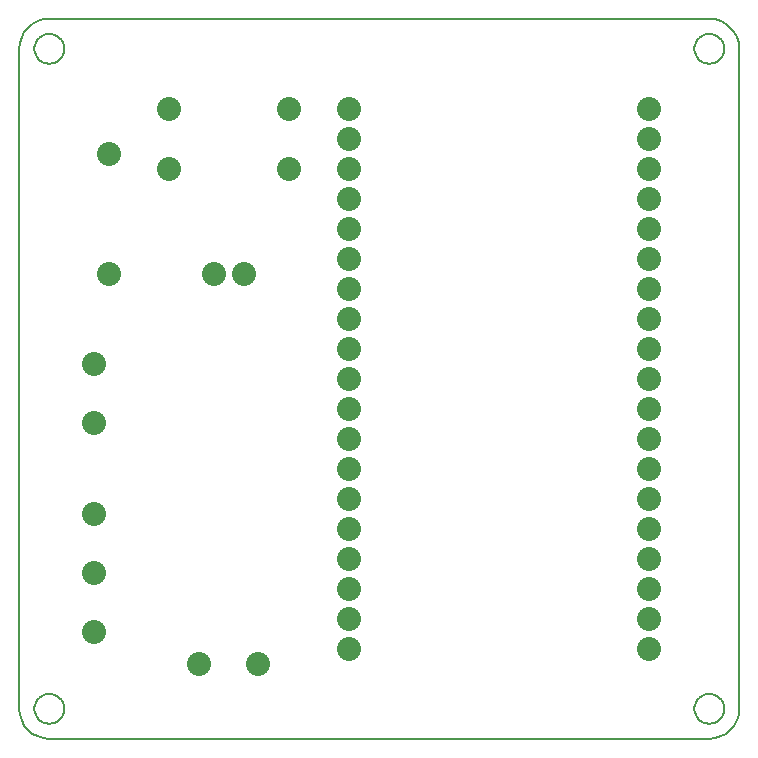
<source format=gbr>
G04 PROTEUS GERBER X2 FILE*
%TF.GenerationSoftware,Labcenter,Proteus,8.17-SP2-Build37159*%
%TF.CreationDate,2024-06-14T20:57:10+00:00*%
%TF.FileFunction,Copper,L1,Top*%
%TF.FilePolarity,Positive*%
%TF.Part,Single*%
%TF.SameCoordinates,{55591e3b-a6ba-419d-b1af-bbe9e4acfd0b}*%
%FSLAX45Y45*%
%MOMM*%
G01*
%TA.AperFunction,ComponentPad*%
%ADD10C,2.032000*%
%TA.AperFunction,Profile*%
%ADD11C,0.203200*%
%TD.AperFunction*%
D10*
X-254000Y-2286000D03*
X-254000Y-2032000D03*
X-254000Y-1778000D03*
X-254000Y-1524000D03*
X-254000Y-1270000D03*
X-254000Y-1016000D03*
X-254000Y-762000D03*
X-254000Y-508000D03*
X-254000Y-254000D03*
X-254000Y+0D03*
X-254000Y+254000D03*
X-254000Y+508000D03*
X-254000Y+762000D03*
X-254000Y+1016000D03*
X-254000Y+1270000D03*
X-254000Y+1524000D03*
X-254000Y+1778000D03*
X-254000Y+2032000D03*
X-254000Y+2286000D03*
X+2286000Y-2286000D03*
X+2286000Y-2032000D03*
X+2286000Y-1778000D03*
X+2286000Y-1524000D03*
X+2286000Y-1270000D03*
X+2286000Y-1016000D03*
X+2286000Y-762000D03*
X+2286000Y-508000D03*
X+2286000Y-254000D03*
X+2286000Y+0D03*
X+2286000Y+254000D03*
X+2286000Y+508000D03*
X+2286000Y+762000D03*
X+2286000Y+1016000D03*
X+2286000Y+1270000D03*
X+2286000Y+1524000D03*
X+2286000Y+1778000D03*
X+2286000Y+2032000D03*
X+2286000Y+2286000D03*
X-2413000Y+127000D03*
X-2413000Y-373000D03*
X-1397000Y+889000D03*
X-1143000Y+889000D03*
X-1778000Y+2286000D03*
X-762000Y+2286000D03*
X-1778000Y+1778000D03*
X-762000Y+1778000D03*
X-2286000Y+889000D03*
X-2286000Y+1905000D03*
X-2413000Y-1143000D03*
X-2413000Y-1643000D03*
X-2413000Y-2143000D03*
X-1524000Y-2413000D03*
X-1024000Y-2413000D03*
D11*
X+2921000Y-2794000D02*
X+2920573Y-2783591D01*
X+2917101Y-2762772D01*
X+2909845Y-2741953D01*
X+2898017Y-2721134D01*
X+2879920Y-2700476D01*
X+2859101Y-2684955D01*
X+2838282Y-2674970D01*
X+2817463Y-2669186D01*
X+2796644Y-2667028D01*
X+2794000Y-2667000D01*
X+2667000Y-2794000D02*
X+2667427Y-2783591D01*
X+2670899Y-2762772D01*
X+2678155Y-2741953D01*
X+2689983Y-2721134D01*
X+2708080Y-2700476D01*
X+2728899Y-2684955D01*
X+2749718Y-2674970D01*
X+2770537Y-2669186D01*
X+2791356Y-2667028D01*
X+2794000Y-2667000D01*
X+2667000Y-2794000D02*
X+2667427Y-2804409D01*
X+2670899Y-2825228D01*
X+2678155Y-2846047D01*
X+2689983Y-2866866D01*
X+2708080Y-2887524D01*
X+2728899Y-2903045D01*
X+2749718Y-2913030D01*
X+2770537Y-2918814D01*
X+2791356Y-2920972D01*
X+2794000Y-2921000D01*
X+2921000Y-2794000D02*
X+2920573Y-2804409D01*
X+2917101Y-2825228D01*
X+2909845Y-2846047D01*
X+2898017Y-2866866D01*
X+2879920Y-2887524D01*
X+2859101Y-2903045D01*
X+2838282Y-2913030D01*
X+2817463Y-2918814D01*
X+2796644Y-2920972D01*
X+2794000Y-2921000D01*
X-2667000Y-2794000D02*
X-2667427Y-2783591D01*
X-2670899Y-2762772D01*
X-2678155Y-2741953D01*
X-2689983Y-2721134D01*
X-2708080Y-2700476D01*
X-2728899Y-2684955D01*
X-2749718Y-2674970D01*
X-2770537Y-2669186D01*
X-2791356Y-2667028D01*
X-2794000Y-2667000D01*
X-2921000Y-2794000D02*
X-2920573Y-2783591D01*
X-2917101Y-2762772D01*
X-2909845Y-2741953D01*
X-2898017Y-2721134D01*
X-2879920Y-2700476D01*
X-2859101Y-2684955D01*
X-2838282Y-2674970D01*
X-2817463Y-2669186D01*
X-2796644Y-2667028D01*
X-2794000Y-2667000D01*
X-2921000Y-2794000D02*
X-2920573Y-2804409D01*
X-2917101Y-2825228D01*
X-2909845Y-2846047D01*
X-2898017Y-2866866D01*
X-2879920Y-2887524D01*
X-2859101Y-2903045D01*
X-2838282Y-2913030D01*
X-2817463Y-2918814D01*
X-2796644Y-2920972D01*
X-2794000Y-2921000D01*
X-2667000Y-2794000D02*
X-2667427Y-2804409D01*
X-2670899Y-2825228D01*
X-2678155Y-2846047D01*
X-2689983Y-2866866D01*
X-2708080Y-2887524D01*
X-2728899Y-2903045D01*
X-2749718Y-2913030D01*
X-2770537Y-2918814D01*
X-2791356Y-2920972D01*
X-2794000Y-2921000D01*
X-2667000Y+2794000D02*
X-2667427Y+2804409D01*
X-2670899Y+2825228D01*
X-2678155Y+2846047D01*
X-2689983Y+2866866D01*
X-2708080Y+2887524D01*
X-2728899Y+2903045D01*
X-2749718Y+2913030D01*
X-2770537Y+2918814D01*
X-2791356Y+2920972D01*
X-2794000Y+2921000D01*
X-2921000Y+2794000D02*
X-2920573Y+2804409D01*
X-2917101Y+2825228D01*
X-2909845Y+2846047D01*
X-2898017Y+2866866D01*
X-2879920Y+2887524D01*
X-2859101Y+2903045D01*
X-2838282Y+2913030D01*
X-2817463Y+2918814D01*
X-2796644Y+2920972D01*
X-2794000Y+2921000D01*
X-2921000Y+2794000D02*
X-2920573Y+2783591D01*
X-2917101Y+2762772D01*
X-2909845Y+2741953D01*
X-2898017Y+2721134D01*
X-2879920Y+2700476D01*
X-2859101Y+2684955D01*
X-2838282Y+2674970D01*
X-2817463Y+2669186D01*
X-2796644Y+2667028D01*
X-2794000Y+2667000D01*
X-2667000Y+2794000D02*
X-2667427Y+2783591D01*
X-2670899Y+2762772D01*
X-2678155Y+2741953D01*
X-2689983Y+2721134D01*
X-2708080Y+2700476D01*
X-2728899Y+2684955D01*
X-2749718Y+2674970D01*
X-2770537Y+2669186D01*
X-2791356Y+2667028D01*
X-2794000Y+2667000D01*
X+2921000Y+2794000D02*
X+2920573Y+2804409D01*
X+2917101Y+2825228D01*
X+2909845Y+2846047D01*
X+2898017Y+2866866D01*
X+2879920Y+2887524D01*
X+2859101Y+2903045D01*
X+2838282Y+2913030D01*
X+2817463Y+2918814D01*
X+2796644Y+2920972D01*
X+2794000Y+2921000D01*
X+2667000Y+2794000D02*
X+2667427Y+2804409D01*
X+2670899Y+2825228D01*
X+2678155Y+2846047D01*
X+2689983Y+2866866D01*
X+2708080Y+2887524D01*
X+2728899Y+2903045D01*
X+2749718Y+2913030D01*
X+2770537Y+2918814D01*
X+2791356Y+2920972D01*
X+2794000Y+2921000D01*
X+2667000Y+2794000D02*
X+2667427Y+2783591D01*
X+2670899Y+2762772D01*
X+2678155Y+2741953D01*
X+2689983Y+2721134D01*
X+2708080Y+2700476D01*
X+2728899Y+2684955D01*
X+2749718Y+2674970D01*
X+2770537Y+2669186D01*
X+2791356Y+2667028D01*
X+2794000Y+2667000D01*
X+2921000Y+2794000D02*
X+2920573Y+2783591D01*
X+2917101Y+2762772D01*
X+2909845Y+2741953D01*
X+2898017Y+2721134D01*
X+2879920Y+2700476D01*
X+2859101Y+2684955D01*
X+2838282Y+2674970D01*
X+2817463Y+2669186D01*
X+2796644Y+2667028D01*
X+2794000Y+2667000D01*
X-2794000Y-3048000D02*
X-2845183Y-3042839D01*
X-2892859Y-3028036D01*
X-2936004Y-3004615D01*
X-2973597Y-2973597D01*
X-3004615Y-2936004D01*
X-3028036Y-2892859D01*
X-3042839Y-2845183D01*
X-3048000Y-2794000D01*
X+2794000Y-3048000D02*
X+2845183Y-3042839D01*
X+2892859Y-3028036D01*
X+2936004Y-3004615D01*
X+2973597Y-2973597D01*
X+3004615Y-2936004D01*
X+3028036Y-2892859D01*
X+3042839Y-2845183D01*
X+3048000Y-2794000D01*
X+3048000Y+2794000D02*
X+3042839Y+2845183D01*
X+3028036Y+2892859D01*
X+3004615Y+2936004D01*
X+2973597Y+2973597D01*
X+2936004Y+3004615D01*
X+2892859Y+3028036D01*
X+2845183Y+3042839D01*
X+2794000Y+3048000D01*
X-3048000Y+2794000D02*
X-3042839Y+2845183D01*
X-3028036Y+2892859D01*
X-3004615Y+2936004D01*
X-2973597Y+2973597D01*
X-2936004Y+3004615D01*
X-2892859Y+3028036D01*
X-2845183Y+3042839D01*
X-2794000Y+3048000D01*
X-3048000Y+2794000D02*
X-3048000Y-2794000D01*
X-2794000Y-3048000D02*
X+2794000Y-3048000D01*
X+3048000Y-2794000D02*
X+3048000Y+2794000D01*
X+2794000Y+3048000D02*
X-2794000Y+3048000D01*
M02*

</source>
